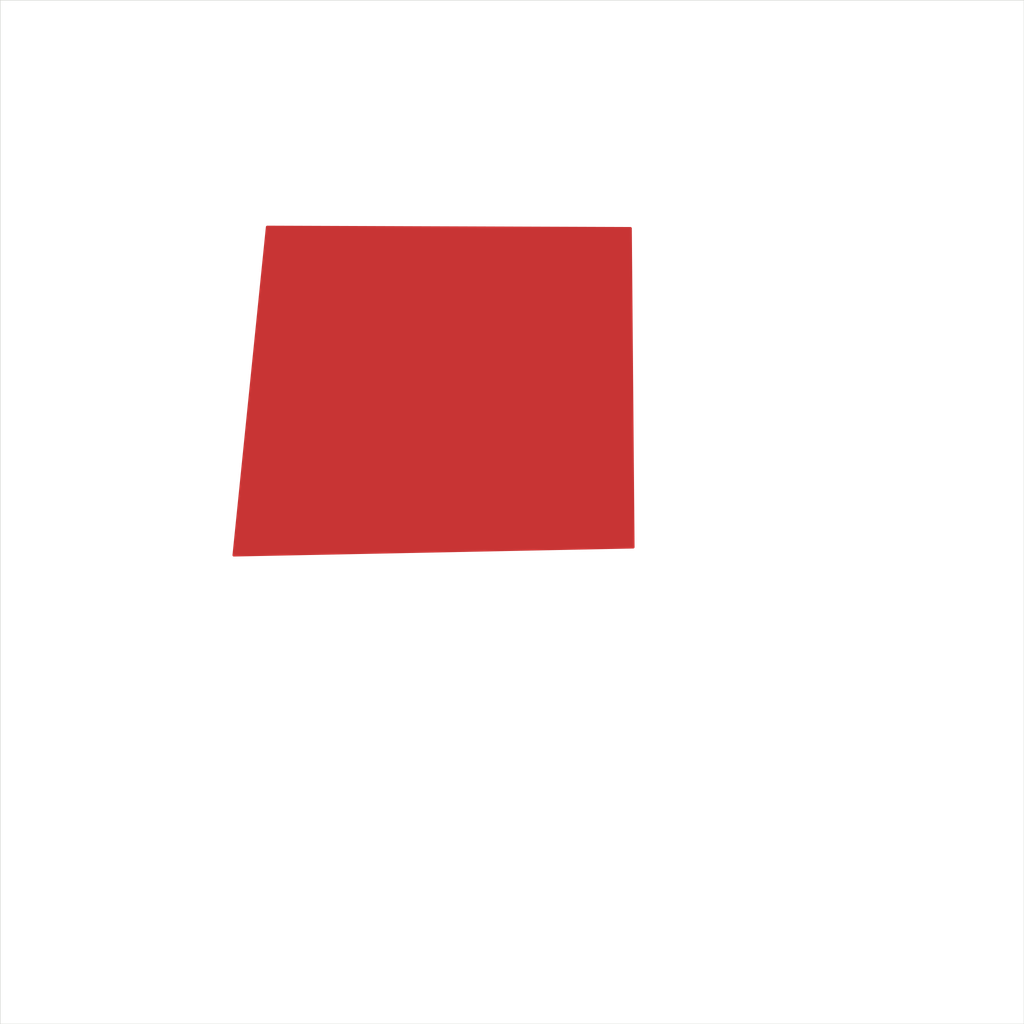
<source format=kicad_pcb>
(kicad_pcb
	(version 20241229)
	(generator "pcbnew")
	(generator_version "9.0")
	(general
		(thickness 1.6)
		(legacy_teardrops no)
	)
	(paper "A4")
	(layers
		(0 "F.Cu" signal)
		(2 "B.Cu" signal)
		(9 "F.Adhes" user "F.Adhesive")
		(11 "B.Adhes" user "B.Adhesive")
		(13 "F.Paste" user)
		(15 "B.Paste" user)
		(5 "F.SilkS" user "F.Silkscreen")
		(7 "B.SilkS" user "B.Silkscreen")
		(1 "F.Mask" user)
		(3 "B.Mask" user)
		(17 "Dwgs.User" user "User.Drawings")
		(19 "Cmts.User" user "User.Comments")
		(21 "Eco1.User" user "User.Eco1")
		(23 "Eco2.User" user "User.Eco2")
		(25 "Edge.Cuts" user)
		(27 "Margin" user)
		(31 "F.CrtYd" user "F.Courtyard")
		(29 "B.CrtYd" user "B.Courtyard")
		(35 "F.Fab" user)
		(33 "B.Fab" user)
		(39 "User.1" user)
		(41 "User.2" user)
		(43 "User.3" user)
		(45 "User.4" user)
	)
	(setup
		(pad_to_mask_clearance 0)
		(allow_soldermask_bridges_in_footprints no)
		(tenting front back)
		(pcbplotparams
			(layerselection 0x00000000_00000000_55555555_5755f5ff)
			(plot_on_all_layers_selection 0x00000000_00000000_00000000_00000000)
			(disableapertmacros no)
			(usegerberextensions no)
			(usegerberattributes yes)
			(usegerberadvancedattributes yes)
			(creategerberjobfile yes)
			(dashed_line_dash_ratio 12.000000)
			(dashed_line_gap_ratio 3.000000)
			(svgprecision 4)
			(plotframeref no)
			(mode 1)
			(useauxorigin no)
			(hpglpennumber 1)
			(hpglpenspeed 20)
			(hpglpendiameter 15.000000)
			(pdf_front_fp_property_popups yes)
			(pdf_back_fp_property_popups yes)
			(pdf_metadata yes)
			(pdf_single_document no)
			(dxfpolygonmode yes)
			(dxfimperialunits yes)
			(dxfusepcbnewfont yes)
			(psnegative no)
			(psa4output no)
			(plot_black_and_white yes)
			(plotinvisibletext no)
			(sketchpadsonfab no)
			(plotpadnumbers no)
			(hidednponfab no)
			(sketchdnponfab yes)
			(crossoutdnponfab yes)
			(subtractmaskfromsilk no)
			(outputformat 1)
			(mirror no)
			(drillshape 1)
			(scaleselection 1)
			(outputdirectory "")
		)
	)
	(net 0 "")
	(gr_rect
		(start 50 50)
		(end 150 150)
		(stroke
			(width 0.05)
			(type solid)
		)
		(fill no)
		(layer "Edge.Cuts")
		(uuid "a2038340-83af-4064-824c-f4571468d80e")
	)
	(zone
		(net 0)
		(net_name "")
		(layer "F.Cu")
		(uuid "f44e1caa-2bbd-48d8-91aa-1e12f56c8d0c")
		(hatch edge 1)
		(connect_pads
			(clearance 0.5)
		)
		(min_thickness 0.25)
		(filled_areas_thickness no)
		(fill yes
			(thermal_gap 0.5)
			(thermal_bridge_width 0.5)
			(island_removal_mode 1)
			(island_area_min 10)
		)
		(polygon
			(pts
				(xy 75.96 72.02) (xy 111.69 72.15) (xy 111.96 103.55) (xy 72.67 104.34)
			)
		)
		(filled_polygon
			(layer "F.Cu")
			(island)
			(pts
				(xy 111.56751 72.149554) (xy 111.634477 72.169482) (xy 111.680039 72.222452) (xy 111.691053 72.272487)
				(xy 111.958945 103.427423) (xy 111.939838 103.494629) (xy 111.887429 103.540836) (xy 111.837443 103.552464)
				(xy 72.810039 104.337184) (xy 72.742617 104.318851) (xy 72.69581 104.266978) (xy 72.684184 104.200654)
				(xy 75.948614 72.131849) (xy 75.974986 72.067149) (xy 76.032152 72.026977) (xy 76.072426 72.020409)
			)
		)
	)
	(embedded_fonts no)
)

</source>
